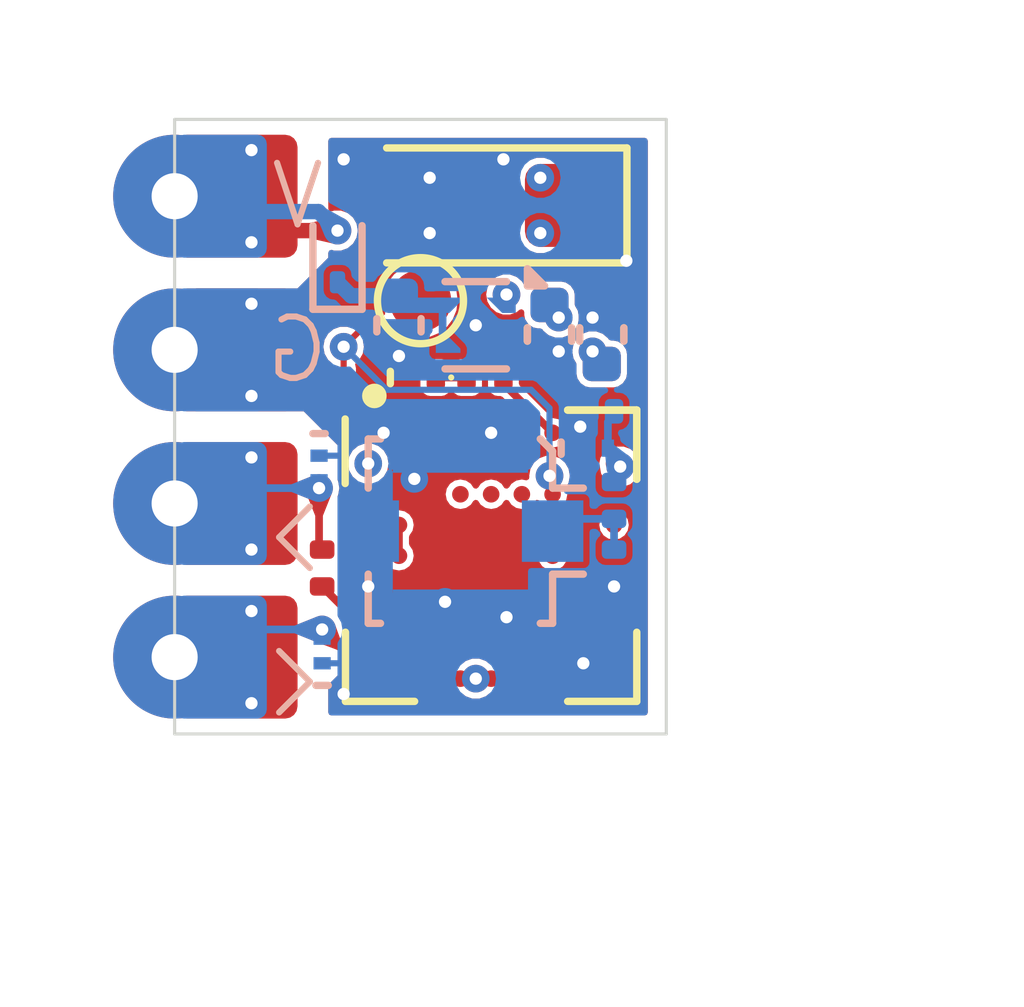
<source format=kicad_pcb>
(kicad_pcb (version 20240108) (generator "pcbnew") (generator_version "8.0")
  (layers (0 "F.Cu" signal) (1 "In1.Cu" power "In1.Cu_Gnd") (2 "In2.Cu" power "In2.Cu_3V3") (3 "In3.Cu" power "In3.Cu_3V3") (4 "In4.Cu" power "In4.Cu_Gnd") (31 "B.Cu" signal) (34 "B.Paste" user) (35 "F.Paste" user) (36 "B.SilkS" user "B.Silkscreen") (37 "F.SilkS" user "F.Silkscreen") (38 "B.Mask" user) (39 "F.Mask" user) (44 "Edge.Cuts" user))
  (net 0 "")
  (net 1 "GND")
  (net 2 "+5V")
  (net 3 "+3V3")
  (net 4 "Net-(D1-A)")
  (net 5 "Net-(J1-In)")
  (net 6 "Net-(D4-A2)")
  (net 7 "GNSS_Tx")
  (net 8 "GNSS_Rx")
  (net 9 "Net-(U1-Reserved-PadD2)")
  (net 27 "Net-(D2-K)")
  (net 28 "Net-(D2-A)")
  (net 30 "Net-(D3-A2)")
  (net 31 "Net-(D6-A2)")
  (footprint "PicoM10:LED_0201_0603Metric_mod" (layer "F.Cu") (at 105.05 104.2)
    (property "Reference" "D2" (hide yes))
    (property "Value" "LED")
    (fp_circle (center -0.55 0) (end -0.499999 0) (fill solid) (layer "F.SilkS"))
    (pad "1" smd roundrect (at -0.3 0) (size 0.3 0.4) (layers "F.Cu" "F.Paste" "F.Mask") (net 27 "Net-(D2-K)"))
    (pad "2" smd roundrect (at 0.3 0) (size 0.3 0.4) (layers "F.Cu" "F.Paste" "F.Mask") (net 28 "Net-(D2-A)"))
  )
  (footprint "PicoM10:R_0201_0603Metric_mod" (layer "F.Cu") (at 102.4 107.3 -90)
    (property "Reference" "R1" (hide yes))
    (property "Value" "1k")
    (pad "1" smd roundrect (at -0.3 0 270) (size 0.3 0.4) (layers "F.Cu" "F.Paste" "F.Mask") (net 6 "Net-(D4-A2)"))
    (pad "2" smd roundrect (at 0.3 0 270) (size 0.3 0.4) (layers "F.Cu" "F.Paste" "F.Mask") (net 7 "GNSS_Tx"))
  )
  (footprint "PicoM10:R_0201_0603Metric_mod" (layer "F.Cu") (at 103.95 104.2)
    (property "Reference" "R2" (hide yes))
    (property "Value" "1k")
    (pad "1" smd roundrect (at -0.3 0) (size 0.3 0.4) (layers "F.Cu" "F.Paste" "F.Mask") (net 1 "GND"))
    (pad "2" smd roundrect (at 0.3 0) (size 0.3 0.4) (layers "F.Cu" "F.Paste" "F.Mask") (net 27 "Net-(D2-K)"))
  )
  (footprint "PicoM10:solderpad_castellated_2x2mm" (layer "F.Cu") (at 100 108.75)
    (property "Reference" "TP4" (hide yes))
    (property "Value" "Rx_in")
    (pad "1" thru_hole circle (at 0 0) (size 2 2) (drill 0.75) (layers "*.Cu" "*.Mask") (net 8 "GNSS_Rx"))
    (pad "1" smd roundrect (at 0.75 0) (size 1.5 2) (layers "B.Cu" "B.Mask") (roundrect_rratio 0.1) (net 8 "GNSS_Rx"))
    (pad "1" smd roundrect (at 1 0) (size 2 2) (layers "F.Cu" "F.Mask") (roundrect_rratio 0.1) (net 8 "GNSS_Rx"))
  )
  (footprint "TestPoint:TestPoint_Pad_D1.0mm" (layer "F.Cu") (at 104 102.95)
    (property "Reference" "TP5" (hide yes))
    (property "Value" "Safeboot")
    (fp_circle (center 0 0) (end 0 0.7) (stroke (width 0.12)) (fill none) (layer "F.SilkS"))
    (pad "1" smd circle (at 0 0) (size 1 1) (layers "F.Cu" "F.Mask") (net 31 "Net-(D6-A2)"))
  )
  (footprint "Capacitor_Tantalum_SMD:CP_EIA-3216-10_Kemet-I" (layer "F.Cu") (at 105.05 101.4 180)
    (property "Reference" "C6" (hide yes))
    (property "Value" "100uF")
    (fp_line (start 1.6 -0.935) (end -2.31 -0.935) (stroke (width 0.12)) (layer "F.SilkS"))
    (fp_line (start -2.31 0.935) (end 1.6 0.935) (stroke (width 0.12)) (layer "F.SilkS"))
    (fp_line (start -2.31 -0.935) (end -2.31 0.935) (stroke (width 0.12)) (layer "F.SilkS"))
    (pad "1" smd roundrect (at -1.35 0 180) (size 1.4 1.35) (layers "F.Cu" "F.Paste" "F.Mask") (roundrect_rratio 0.185185) (net 3 "+3V3"))
    (pad "2" smd roundrect (at 1.35 0 180) (size 1.4 1.35) (layers "F.Cu" "F.Paste" "F.Mask") (roundrect_rratio 0.185185) (net 1 "GND"))
  )
  (footprint "PicoM10:solderpad_castellated_2x2mm" (layer "F.Cu") (at 100 103.75)
    (property "Reference" "TP2" (hide yes))
    (property "Value" "Gnd")
    (pad "1" thru_hole circle (at 0 0) (size 2 2) (drill 0.75) (layers "*.Cu" "*.Mask") (net 1 "GND"))
    (pad "1" smd roundrect (at 0.75 0) (size 1.5 2) (layers "B.Cu" "B.Mask") (roundrect_rratio 0.1) (net 1 "GND"))
    (pad "1" smd roundrect (at 1 0) (size 2 2) (layers "F.Cu" "F.Mask") (roundrect_rratio 0.1) (net 1 "GND"))
  )
  (footprint "Capacitor_SMD:C_0402_1005Metric" (layer "F.Cu") (at 106.1 103.5 -90)
    (property "Reference" "C5" (hide yes))
    (property "Value" "10uF")
    (fp_line (start -0.107836 0.36) (end 0.107836 0.36) (stroke (width 0.12)) (layer "F.SilkS"))
    (fp_line (start -0.107836 -0.36) (end 0.107836 -0.36) (stroke (width 0.12)) (layer "F.SilkS"))
    (pad "1" smd roundrect (at -0.48 0 270) (size 0.56 0.62) (layers "F.Cu" "F.Paste" "F.Mask") (net 3 "+3V3"))
    (pad "2" smd roundrect (at 0.48 0 270) (size 0.56 0.62) (layers "F.Cu" "F.Paste" "F.Mask") (net 1 "GND"))
  )
  (footprint "PicoM10:solderpad_castellated_2x2mm" (layer "F.Cu") (at 100 106.25)
    (property "Reference" "TP3" (hide yes))
    (property "Value" "Tx_out")
    (pad "1" thru_hole circle (at 0 0) (size 2 2) (drill 0.75) (layers "*.Cu" "*.Mask") (net 6 "Net-(D4-A2)"))
    (pad "1" smd roundrect (at 0.75 0) (size 1.5 2) (layers "B.Cu" "B.Mask") (roundrect_rratio 0.1) (net 6 "Net-(D4-A2)"))
    (pad "1" smd roundrect (at 1 0) (size 2 2) (layers "F.Cu" "F.Mask") (roundrect_rratio 0.1) (net 6 "Net-(D4-A2)"))
  )
  (footprint "PicoM10:solderpad_castellated_2x2mm" (layer "F.Cu") (at 100 101.25)
    (property "Reference" "TP1" (hide yes))
    (property "Value" "Vin")
    (pad "1" thru_hole circle (at 0 0) (size 2 2) (drill 0.75) (layers "*.Cu" "*.Mask") (net 4 "Net-(D1-A)"))
    (pad "1" smd roundrect (at 0.75 0) (size 1.5 2) (layers "B.Cu" "B.Mask") (roundrect_rratio 0.1) (net 4 "Net-(D1-A)"))
    (pad "1" smd roundrect (at 1 0) (size 2 2) (layers "F.Cu" "F.Mask") (roundrect_rratio 0.1) (net 4 "Net-(D1-A)"))
  )
  (footprint "Diode_SMD:Nexperia_DSN0603-2_0.6x0.3mm_P0.4mm" (layer "F.Cu") (at 102.95 104.2 180)
    (property "Reference" "D6" (hide yes))
    (property "Value" "PESD3V3Z1BSF")
    (fp_line (start -0.56 0.1) (end -0.56 -0.1) (stroke (width 0.12)) (layer "F.SilkS"))
    (pad "1" smd rect (at -0.199999 0 270) (size 0.28 0.2) (layers "F.Cu" "F.Mask") (net 1 "GND") (clearance 0.05))
    (pad "2" smd rect (at 0.199999 0 270) (size 0.28 0.2) (layers "F.Cu" "F.Mask") (net 31 "Net-(D6-A2)") (clearance 0.05))
  )
  (footprint "Capacitor_SMD:C_0402_1005Metric" (layer "F.Cu") (at 106.95 103.5 90)
    (property "Reference" "C2" (hide yes))
    (property "Value" "10uF")
    (fp_line (start -0.107836 -0.36) (end 0.107836 -0.36) (stroke (width 0.12)) (layer "F.SilkS"))
    (fp_line (start -0.107836 0.36) (end 0.107836 0.36) (stroke (width 0.12)) (layer "F.SilkS"))
    (pad "1" smd roundrect (at -0.48 0 90) (size 0.56 0.62) (layers "F.Cu" "F.Paste" "F.Mask") (net 3 "+3V3"))
    (pad "2" smd roundrect (at 0.48 0 90) (size 0.56 0.62) (layers "F.Cu" "F.Paste" "F.Mask") (net 1 "GND"))
  )
  (footprint "PicoM10:SLGA-53_MIA-M10Q" (layer "F.Cu") (at 105.15 107.1)
    (property "Reference" "U1" (hide yes))
    (property "Value" "MIA-M10Q")
    (fp_line (start -2.375 -2.225) (end -2.375 -1.175) (stroke (width 0.12)) (layer "F.SilkS"))
    (fp_line (start -2.37 2.37) (end -2.37 1.245) (stroke (width 0.12)) (layer "F.SilkS"))
    (fp_line (start -1.245 2.37) (end -2.37 2.37) (stroke (width 0.12)) (layer "F.SilkS"))
    (fp_line (start 1.245 -2.37) (end 2.37 -2.37) (stroke (width 0.12)) (layer "F.SilkS"))
    (fp_line (start 1.245 -2.37) (end 2.37 -2.37) (stroke (width 0.12)) (layer "F.SilkS"))
    (fp_line (start 1.245 -2.37) (end 2.37 -2.37) (stroke (width 0.12)) (layer "F.SilkS"))
    (fp_line (start 1.245 2.37) (end 2.37 2.37) (stroke (width 0.12)) (layer "F.SilkS"))
    (fp_line (start 2.37 -2.37) (end 2.37 -1.245) (stroke (width 0.12)) (layer "F.SilkS"))
    (fp_line (start 2.37 -2.37) (end 2.37 -1.245) (stroke (width 0.12)) (layer "F.SilkS"))
    (fp_line (start 2.37 -2.37) (end 2.37 -1.245) (stroke (width 0.12)) (layer "F.SilkS"))
    (fp_line (start 2.37 2.37) (end 2.37 1.245) (stroke (width 0.12)) (layer "F.SilkS"))
    (fp_circle (center -1.9 -2.600001) (end -1.9 -2.5) (stroke (width 0.2)) (fill none) (layer "F.SilkS"))
    (pad "A1" smd circle (at -2 -2) (size 0.27 0.27) (layers "F.Cu" "F.Paste" "F.Mask") (net 1 "GND"))
    (pad "A2" smd circle (at -1.5 -2) (size 0.27 0.27) (layers "F.Cu" "F.Paste" "F.Mask") (net 1 "GND"))
    (pad "A3" smd circle (at -1 -2) (size 0.27 0.27) (layers "F.Cu" "F.Paste" "F.Mask") (net 1 "GND"))
    (pad "A4" smd circle (at -0.5 -2) (size 0.27 0.27) (layers "F.Cu" "F.Paste" "F.Mask"))
    (pad "A5" smd circle (at 0 -2.000001) (size 0.27 0.27) (layers "F.Cu" "F.Paste" "F.Mask") (net 1 "GND"))
    (pad "A6" smd circle (at 0.5 -2) (size 0.27 0.27) (layers "F.Cu" "F.Paste" "F.Mask"))
    (pad "A7" smd circle (at 1 -2) (size 0.27 0.27) (layers "F.Cu" "F.Paste" "F.Mask") (net 28 "Net-(D2-A)"))
    (pad "A8" smd circle (at 1.5 -2) (size 0.27 0.27) (layers "F.Cu" "F.Paste" "F.Mask") (net 1 "GND"))
    (pad "A9" smd circle (at 2 -2) (size 0.27 0.27) (layers "F.Cu" "F.Paste" "F.Mask") (net 1 "GND"))
    (pad "B1" smd circle (at -2 -1.5) (size 0.27 0.27) (layers "F.Cu" "F.Paste" "F.Mask") (net 3 "+3V3"))
    (pad "B2" smd circle (at -1.5 -1.5) (size 0.27 0.27) (layers "F.Cu" "F.Paste" "F.Mask") (net 1 "GND"))
    (pad "B8" smd circle (at 1.5 -1.5) (size 0.27 0.27) (layers "F.Cu" "F.Paste" "F.Mask") (net 1 "GND"))
    (pad "B9" smd circle (at 2 -1.5) (size 0.27 0.27) (layers "F.Cu" "F.Paste" "F.Mask") (net 30 "Net-(D3-A2)"))
    (pad "C1" smd circle (at -2 -1) (size 0.27 0.27) (layers "F.Cu" "F.Paste" "F.Mask"))
    (pad "C3" smd circle (at -1 -1) (size 0.27 0.27) (layers "F.Cu" "F.Paste" "F.Mask") (net 1 "GND"))
    (pad "C4" smd circle (at -0.5 -1) (size 0.27 0.27) (layers "F.Cu" "F.Paste" "F.Mask"))
    (pad "C5" smd circle (at 0 -1) (size 0.27 0.27) (layers "F.Cu" "F.Paste" "F.Mask"))
    (pad "C6" smd circle (at 0.5 -1) (size 0.27 0.27) (layers "F.Cu" "F.Paste" "F.Mask"))
    (pad "C7" smd circle (at 1 -1) (size 0.27 0.27) (layers "F.Cu" "F.Paste" "F.Mask") (net 31 "Net-(D6-A2)"))
    (pad "C9" smd circle (at 2 -1) (size 0.27 0.27) (layers "F.Cu" "F.Paste" "F.Mask") (net 1 "GND"))
    (pad "D1" smd circle (at -2 -0.5) (size 0.27 0.27) (layers "F.Cu" "F.Paste" "F.Mask"))
    (pad "D2" smd circle (at -1.5 -0.5) (size 0.27 0.27) (layers "F.Cu" "F.Paste" "F.Mask") (net 9 "Net-(U1-Reserved-PadD2)"))
    (pad "D9" smd circle (at 2 -0.5) (size 0.27 0.27) (layers "F.Cu" "F.Paste" "F.Mask"))
    (pad "E1" smd circle (at -2.000001 0) (size 0.27 0.27) (layers "F.Cu" "F.Paste" "F.Mask"))
    (pad "E2" smd circle (at -1.5 0) (size 0.27 0.27) (layers "F.Cu" "F.Paste" "F.Mask") (net 9 "Net-(U1-Reserved-PadD2)"))
    (pad "E3" smd circle (at -1 0) (size 0.27 0.27) (layers "F.Cu" "F.Paste" "F.Mask") (net 1 "GND"))
    (pad "E4" smd circle (at -0.499999 0) (size 0.27 0.27) (layers "F.Cu" "F.Paste" "F.Mask") (net 1 "GND"))
    (pad "E7" smd circle (at 1 0) (size 0.27 0.27) (layers "F.Cu" "F.Paste" "F.Mask"))
    (pad "E9" smd circle (at 2.000001 0) (size 0.27 0.27) (layers "F.Cu" "F.Paste" "F.Mask") (net 1 "GND"))
    (pad "F1" smd circle (at -2 0.5) (size 0.27 0.27) (layers "F.Cu" "F.Paste" "F.Mask") (net 1 "GND"))
    (pad "F3" smd circle (at -1 0.5) (size 0.27 0.27) (layers "F.Cu" "F.Paste" "F.Mask") (net 1 "GND"))
    (pad "F4" smd circle (at -0.5 0.5) (size 0.27 0.27) (layers "F.Cu" "F.Paste" "F.Mask") (net 1 "GND"))
    (pad "F7" smd circle (at 1 0.5) (size 0.27 0.27) (layers "F.Cu" "F.Paste" "F.Mask"))
    (pad "F9" smd circle (at 2 0.5) (size 0.27 0.27) (layers "F.Cu" "F.Paste" "F.Mask") (net 1 "GND"))
    (pad "G1" smd circle (at -2 1) (size 0.27 0.27) (layers "F.Cu" "F.Paste" "F.Mask") (net 7 "GNSS_Tx"))
    (pad "G3" smd circle (at -1 1) (size 0.27 0.27) (layers "F.Cu" "F.Paste" "F.Mask") (net 1 "GND"))
    (pad "G4" smd circle (at -0.5 1) (size 0.27 0.27) (layers "F.Cu" "F.Paste" "F.Mask") (net 1 "GND"))
    (pad "G5" smd circle (at 0 1) (size 0.27 0.27) (layers "F.Cu" "F.Paste" "F.Mask") (net 1 "GND"))
    (pad "G6" smd circle (at 0.5 1) (size 0.27 0.27) (layers "F.Cu" "F.Paste" "F.Mask") (net 1 "GND"))
    (pad "G7" smd circle (at 1 1) (size 0.27 0.27) (layers "F.Cu" "F.Paste" "F.Mask") (net 1 "GND"))
    (pad "G9" smd circle (at 2 1) (size 0.27 0.27) (layers "F.Cu" "F.Paste" "F.Mask"))
    (pad "H1" smd circle (at -2 1.5) (size 0.27 0.27) (layers "F.Cu" "F.Paste" "F.Mask") (net 8 "GNSS_Rx"))
    (pad "H8" smd circle (at 1.5 1.5) (size 0.27 0.27) (layers "F.Cu" "F.Paste" "F.Mask") (net 1 "GND"))
    (pad "H9" smd circle (at 2 1.5) (size 0.27 0.27) (layers "F.Cu" "F.Paste" "F.Mask"))
    (pad "J1" smd circle (at -2 2) (size 0.27 0.27) (layers "F.Cu" "F.Paste" "F.Mask"))
    (pad "J2" smd circle (at -1.5 2) (size 0.27 0.27) (layers "F.Cu" "F.Paste" "F.Mask"))
    (pad "J3" smd circle (at -1 2) (size 0.27 0.27) (layers "F.Cu" "F.Paste" "F.Mask"))
    (pad "J4" smd circle (at -0.5 2) (size 0.27 0.27) (layers "F.Cu" "F.Paste" "F.Mask") (net 3 "+3V3"))
    (pad "J5" smd circle (at 0 2.000001) (size 0.27 0.27) (layers "F.Cu" "F.Paste" "F.Mask") (net 3 "+3V3"))
    (pad "J6" smd circle (at 0.5 2) (size 0.27 0.27) (layers "F.Cu" "F.Paste" "F.Mask"))
    (pad "J7" smd circle (at 1 2) (size 0.27 0.27) (layers "F.Cu" "F.Paste" "F.Mask"))
    (pad "J8" smd circle (at 1.5 2) (size 0.27 0.27) (layers "F.Cu" "F.Paste" "F.Mask") (net 1 "GND"))
    (pad "J9" smd circle (at 2 2) (size 0.27 0.27) (layers "F.Cu" "F.Paste" "F.Mask") (net 1 "GND"))
  )
  (footprint "PicoM10:C_0201_0603Metric_mod" (layer "B.Cu") (at 106.85 104.75 180)
    (property "Reference" "L1" (hide yes))
    (property "Value" "TBD")
    (pad "1" smd roundrect (at -0.3 0 180) (size 0.3 0.4) (layers "B.Cu" "B.Paste" "B.Mask") (net 30 "Net-(D3-A2)"))
    (pad "2" smd roundrect (at 0.3 0 180) (size 0.3 0.4) (layers "B.Cu" "B.Paste" "B.Mask") (net 1 "GND"))
  )
  (footprint "Diode_SMD:Nexperia_DSN0603-2_0.6x0.3mm_P0.4mm" (layer "B.Cu") (at 102.35 105.6725 -90)
    (property "Reference" "D4" (hide yes))
    (property "Value" "PESD3V3Z1BSF")
    (fp_line (start -0.56 0.1) (end -0.56 -0.1) (stroke (width 0.12)) (layer "B.SilkS"))
    (pad "1" smd rect (at -0.199999 0 180) (size 0.28 0.2) (layers "B.Cu" "B.Mask") (net 1 "GND") (clearance 0.05))
    (pad "2" smd rect (at 0.199999 0 180) (size 0.28 0.2) (layers "B.Cu" "B.Mask") (net 6 "Net-(D4-A2)") (clearance 0.05))
  )
  (footprint "Capacitor_SMD:C_0402_1005Metric" (layer "B.Cu") (at 103.65 103.35 -90)
    (property "Reference" "C1" (hide yes))
    (property "Value" "10uF")
    (fp_line (start 0.107836 0.36) (end -0.107836 0.36) (stroke (width 0.12)) (layer "B.SilkS"))
    (fp_line (start 0.107836 -0.36) (end -0.107836 -0.36) (stroke (width 0.12)) (layer "B.SilkS"))
    (pad "1" smd roundrect (at -0.48 0 270) (size 0.56 0.62) (layers "B.Cu" "B.Paste" "B.Mask") (net 2 "+5V"))
    (pad "2" smd roundrect (at 0.48 0 270) (size 0.56 0.62) (layers "B.Cu" "B.Paste" "B.Mask") (net 1 "GND"))
  )
  (footprint "PicoM10:C_0201_0603Metric_mod" (layer "B.Cu") (at 107.15 107.3 -90)
    (property "Reference" "L2" (hide yes))
    (property "Value" "TBD")
    (pad "1" smd roundrect (at -0.3 0 270) (size 0.3 0.4) (layers "B.Cu" "B.Paste" "B.Mask") (net 5 "Net-(J1-In)"))
    (pad "2" smd roundrect (at 0.3 0 270) (size 0.3 0.4) (layers "B.Cu" "B.Paste" "B.Mask") (net 1 "GND"))
  )
  (footprint "Package_DFN_QFN:UDFN-4-1EP_1x1mm_P0.65mm_EP0.48x0.48mm" (layer "B.Cu") (at 104.9 103.35 180)
    (property "Reference" "U2" (hide yes))
    (property "Value" "NCP160AMX330TBG")
    (fp_line (start -0.5 0.71) (end 0.5 0.71) (stroke (width 0.12)) (layer "B.SilkS"))
    (fp_line (start -0.5 -0.71) (end 0.5 -0.71) (stroke (width 0.12)) (layer "B.SilkS"))
    (fp_poly (pts (xy -0.84 0.64) (xy -1.12 0.64) (xy -0.84 0.92) (xy -0.84 0.64)) (stroke (width 0.12)) (fill solid) (layer "B.SilkS"))
    (pad "1" smd custom (at -0.54 0.325 180) (size 0.22 0.25) (layers "B.Cu" "B.Paste" "B.Mask") (net 3 "+3V3") (options (clearance outline) (anchor rect)) (primitives (gr_poly (pts (xy 0.11 -0.125) (xy 0.11 0.125) (xy 0.36 0.125)) (width 0) (fill yes))))
    (pad "2" smd custom (at -0.54 -0.325 180) (size 0.22 0.25) (layers "B.Cu" "B.Paste" "B.Mask") (net 1 "GND") (options (clearance outline) (anchor rect)) (primitives (gr_poly (pts (xy 0.29 -0.055) (xy 0.29 -0.125) (xy 0.11 -0.125) (xy 0.11 0.125)) (width 0) (fill yes))))
    (pad "3" smd custom (at 0.54 -0.325 180) (size 0.22 0.25) (layers "B.Cu" "B.Paste" "B.Mask") (net 2 "+5V") (options (clearance outline) (anchor rect)) (primitives (gr_poly (pts (xy -0.11 -0.125) (xy -0.29 -0.125) (xy -0.29 -0.055) (xy -0.11 0.125)) (width 0) (fill yes))))
    (pad "4" smd custom (at 0.54 0.325 180) (size 0.22 0.25) (layers "B.Cu" "B.Paste" "B.Mask") (net 2 "+5V") (options (clearance outline) (anchor rect)) (primitives (gr_poly (pts (xy -0.11 -0.125) (xy -0.29 0.055) (xy -0.29 0.125) (xy -0.11 0.125)) (width 0) (fill yes))))
    (pad "5" smd rect (at 0 0 135) (size 0.48 0.48) (layers "B.Cu" "B.Paste" "B.Mask") (net 1 "GND"))
  )
  (footprint "Capacitor_SMD:C_0402_1005Metric" (layer "B.Cu") (at 106.95 103.5 90)
    (property "Reference" "C4" (hide yes))
    (property "Value" "10uF")
    (fp_line (start 0.107836 -0.36) (end -0.107836 -0.36) (stroke (width 0.12)) (layer "B.SilkS"))
    (fp_line (start 0.107836 0.36) (end -0.107836 0.36) (stroke (width 0.12)) (layer "B.SilkS"))
    (pad "1" smd roundrect (at -0.48 0 90) (size 0.56 0.62) (layers "B.Cu" "B.Paste" "B.Mask") (net 3 "+3V3"))
    (pad "2" smd roundrect (at 0.48 0 90) (size 0.56 0.62) (layers "B.Cu" "B.Paste" "B.Mask") (net 1 "GND"))
  )
  (footprint "Connector_Coaxial:U.FL_Molex_MCRF_73412-0110_Vertical" (layer "B.Cu") (at 104.65 106.7 -90)
    (property "Reference" "J1" (hide yes))
    (property "Value" "Conn_Coaxial")
    (fp_line (start -1.5 1.5) (end -1.5 1.3) (stroke (width 0.12)) (layer "B.SilkS"))
    (fp_line (start -0.7 1.5) (end -1.5 1.5) (stroke (width 0.12)) (layer "B.SilkS"))
    (fp_line (start 1.5 1.5) (end 0.7 1.5) (stroke (width 0.12)) (layer "B.SilkS"))
    (fp_line (start 1.5 1.3) (end 1.5 1.5) (stroke (width 0.12)) (layer "B.SilkS"))
    (fp_line (start -1.5 -1.3) (end -1.3 -1.5) (stroke (width 0.12)) (layer "B.SilkS"))
    (fp_line (start -1.3 -1.5) (end -0.7 -1.5) (stroke (width 0.12)) (layer "B.SilkS"))
    (fp_line (start 0.7 -1.5) (end 1.5 -1.5) (stroke (width 0.12)) (layer "B.SilkS"))
    (fp_line (start 1.5 -1.5) (end 1.5 -1.3) (stroke (width 0.12)) (layer "B.SilkS"))
    (fp_line (start -0.7 -2) (end -0.7 -1.5) (stroke (width 0.12)) (layer "B.SilkS"))
    (fp_line (start 0.7 -2) (end 0.7 -1.5) (stroke (width 0.12)) (layer "B.SilkS"))
    (pad "1" smd rect (at 0 -1.5 270) (size 1 1) (layers "B.Cu" "B.Paste" "B.Mask") (net 5 "Net-(J1-In)"))
    (pad "2" smd rect (at -1.475001 0 270) (size 1.05 2.2) (layers "B.Cu" "B.Paste" "B.Mask") (net 1 "GND"))
    (pad "2" smd rect (at 0 1.5 270) (size 1 1) (layers "B.Cu" "B.Paste" "B.Mask") (net 1 "GND"))
    (pad "2" smd rect (at 1.475001 0 270) (size 1.05 2.2) (layers "B.Cu" "B.Paste" "B.Mask") (net 1 "GND"))
  )
  (footprint "Capacitor_SMD:C_0402_1005Metric" (layer "B.Cu") (at 106.1 103.5 -90)
    (property "Reference" "C3" (hide yes))
    (property "Value" "10uF")
    (fp_line (start 0.107836 0.36) (end -0.107836 0.36) (stroke (width 0.12)) (layer "B.SilkS"))
    (fp_line (start 0.107836 -0.36) (end -0.107836 -0.36) (stroke (width 0.12)) (layer "B.SilkS"))
    (pad "1" smd roundrect (at -0.48 0 270) (size 0.56 0.62) (layers "B.Cu" "B.Paste" "B.Mask") (net 3 "+3V3"))
    (pad "2" smd roundrect (at 0.48 0 270) (size 0.56 0.62) (layers "B.Cu" "B.Paste" "B.Mask") (net 1 "GND"))
  )
  (footprint "Diode_SMD:Nexperia_DSN0603-2_0.6x0.3mm_P0.4mm" (layer "B.Cu") (at 102.4 108.65 90)
    (property "Reference" "D5" (hide yes))
    (property "Value" "PESD3V3Z1BSF")
    (fp_line (start -0.56 0.1) (end -0.56 -0.1) (stroke (width 0.12)) (layer "B.SilkS"))
    (pad "1" smd rect (at -0.199999 0) (size 0.28 0.2) (layers "B.Cu" "B.Mask") (net 1 "GND") (clearance 0.05))
    (pad "2" smd rect (at 0.199999 0) (size 0.28 0.2) (layers "B.Cu" "B.Mask") (net 8 "GNSS_Rx") (clearance 0.05))
  )
  (footprint "PicoM10:C_0201_0603Metric_mod" (layer "B.Cu") (at 107.15 106.2 90)
    (property "Reference" "C7" (hide yes))
    (property "Value" "TBD")
    (pad "1" smd roundrect (at -0.3 0 90) (size 0.3 0.4) (layers "B.Cu" "B.Paste" "B.Mask") (net 5 "Net-(J1-In)"))
    (pad "2" smd roundrect (at 0.3 0 90) (size 0.3 0.4) (layers "B.Cu" "B.Paste" "B.Mask") (net 30 "Net-(D3-A2)"))
  )
  (footprint "Diode_SMD:Nexperia_DSN0603-2_0.6x0.3mm_P0.4mm" (layer "B.Cu") (at 106.85 105.35)
    (property "Reference" "D3" (hide yes))
    (property "Value" "PESD3V3Z1BSF")
    (fp_line (start -0.56 0.1) (end -0.56 -0.1) (stroke (width 0.12)) (layer "B.SilkS"))
    (pad "1" smd rect (at -0.199999 0 270) (size 0.28 0.2) (layers "B.Cu" "B.Mask") (net 1 "GND") (clearance 0.05))
    (pad "2" smd rect (at 0.199999 0 270) (size 0.28 0.2) (layers "B.Cu" "B.Mask") (net 30 "Net-(D3-A2)") (clearance 0.05))
  )
  (footprint "Diode_SMD:D_SOD-923" (layer "B.Cu") (at 102.65 102.23 90)
    (property "Reference" "D1" (hide yes))
    (property "Value" "D_Schottky")
    (fp_line (start -0.86 -0.4) (end 0.5 -0.4) (stroke (width 0.12)) (layer "B.SilkS"))
    (fp_line (start -0.86 -0.4) (end -0.86 0.4) (stroke (width 0.12)) (layer "B.SilkS"))
    (fp_line (start -0.86 0.4) (end 0.5 0.4) (stroke (width 0.12)) (layer "B.SilkS"))
    (pad "1" smd roundrect (at -0.42 0 270) (size 0.36 0.25) (layers "B.Cu" "B.Paste" "B.Mask") (net 2 "+5V"))
    (pad "2" smd roundrect (at 0.42 0 270) (size 0.36 0.25) (layers "B.Cu" "B.Paste" "B.Mask") (net 4 "Net-(D1-A)"))
  )
  (gr_line (start 102.2 109.15) (end 101.7 109.65) (stroke (width 0.1)) (layer "B.SilkS"))
  (gr_line (start 101.7 108.65) (end 102.2 109.15) (stroke (width 0.1)) (layer "B.SilkS"))
  (gr_line (start 101.7 106.8) (end 102.2 107.3) (stroke (width 0.1)) (layer "B.SilkS"))
  (gr_line (start 101.7 106.8) (end 102.2 106.3) (stroke (width 0.1)) (layer "B.SilkS"))
  (gr_line (start 108 110) (end 100 110) (stroke (width 0.05)) (layer "Edge.Cuts"))
  (gr_line (start 100 110) (end 100 100) (stroke (width 0.05)) (layer "Edge.Cuts"))
  (gr_line (start 108 100) (end 108 110) (stroke (width 0.05)) (layer "Edge.Cuts"))
  (gr_line (start 100 100) (end 108 100) (stroke (width 0.05)) (layer "Edge.Cuts"))
  (gr_text "V" (at 102 101.25 0) (layer "B.SilkS") (effects (font (size 1 1) (thickness 0.1)) (justify mirror)))
  (gr_text "G" (at 102 103.75 0) (layer "B.SilkS") (effects (font (size 1 1) (thickness 0.1)) (justify mirror)))
  (segment (start 103.65 104.2) (end 103.65 103.85) (width 0.125) (layer "F.Cu") (net 1))
  (segment (start 107.150001 107.070712) (end 107.150001 107.070711) (width 0.1) (layer "F.Cu") (net 1))
  (segment (start 107.15 107.57071) (end 107.150001 107.070712) (width 0.1) (layer "F.Cu") (net 1))
  (via (at 105.35 100.65) (size 0.45) (drill 0.2) (layers "F.Cu" "B.Cu") (net 1))
  (via (at 105.4 108.1) (size 0.45) (drill 0.2) (layers "F.Cu" "B.Cu") (net 1))
  (via (at 106.8 103.225) (size 0.45) (drill 0.2) (layers "F.Cu" "B.Cu") (net 1))
  (via (at 103.4 105.1) (size 0.45) (drill 0.2) (layers "F.Cu" "B.Cu") (net 1))
  (via (at 106.65 108.85) (size 0.45) (drill 0.2) (layers "F.Cu" "B.Cu") (net 1))
  (via (at 107.150001 107.6) (size 0.45) (drill 0.2) (layers "F.Cu" "B.Cu") (net 1))
  (via (at 103.15 107.6) (size 0.45) (drill 0.2) (layers "F.Cu" "B.Cu") (net 1))
  (via (at 106.25 103.775) (size 0.45) (drill 0.2) (layers "F.Cu" "B.Cu") (net 1))
  (via (at 106.6 105) (size 0.45) (drill 0.2) (layers "F.Cu" "B.Cu") (net 1))
  (via (at 104.9 103.35) (size 0.45) (drill 0.2) (layers "F.Cu" "B.Cu") (net 1))
  (via (at 105.15 105.1) (size 0.45) (drill 0.2) (layers "F.Cu" "B.Cu") (net 1))
  (via (at 102.75 109.35) (size 0.45) (drill 0.2) (layers "F.Cu" "B.Cu") (net 1))
  (via (at 104.15 100.95) (size 0.45) (drill 0.2) (layers "F.Cu" "B.Cu") (net 1))
  (via (at 101.25 104.5) (size 0.45) (drill 0.2) (layers "F.Cu" "B.Cu") (net 1))
  (via (at 102.75 100.65) (size 0.45) (drill 0.2) (layers "F.Cu" "B.Cu") (net 1))
  (via (at 101.25 103) (size 0.45) (drill 0.2) (layers "F.Cu" "B.Cu") (net 1))
  (via (at 104.4 107.85) (size 0.45) (drill 0.2) (layers "F.Cu" "B.Cu") (net 1))
  (via (at 104.15 101.85) (size 0.45) (drill 0.2) (layers "F.Cu" "B.Cu") (net 1))
  (via (at 103.65 103.85) (size 0.45) (drill 0.2) (layers "F.Cu" "B.Cu") (net 1))
  (via (at 103.9 105.85) (size 0.45) (drill 0.2) (layers "F.Cu" "B.Cu") (net 1))
  (via (at 107.35 102.3) (size 0.45) (drill 0.2) (layers "F.Cu" "B.Cu") (net 1))
  (segment (start 102.749999 108.849999) (end 102.75 108.85) (width 0.1) (layer "B.Cu") (net 1))
  (segment (start 102.35 105.472501) (end 102.777499 105.472501) (width 0.1) (layer "B.Cu") (net 1))
  (segment (start 102.4 108.849999) (end 102.749999 108.849999) (width 0.1) (layer "B.Cu") (net 1))
  (segment (start 104.36 103.675) (end 104.36 103.025) (width 0.125) (layer "B.Cu") (net 2))
  (segment (start 103.805 103.025) (end 103.65 102.87) (width 0.25) (layer "B.Cu") (net 2))
  (segment (start 104.36 103.025) (end 103.805 103.025) (width 0.25) (layer "B.Cu") (net 2))
  (segment (start 102.65 102.65) (end 102.87 102.87) (width 0.25) (layer "B.Cu") (net 2))
  (segment (start 102.87 102.87) (end 103.65 102.87) (width 0.25) (layer "B.Cu") (net 2))
  (segment (start 104.9 109.1) (end 104.65 109.1) (width 0.1) (layer "F.Cu") (net 3))
  (segment (start 105.149999 109.1) (end 105.15 109.100001) (width 0.1) (layer "F.Cu") (net 3))
  (segment (start 104.9 109.1) (end 105.149999 109.1) (width 0.1) (layer "F.Cu") (net 3))
  (via (at 104.9 109.1) (size 0.45) (drill 0.2) (layers "F.Cu" "B.Cu") (net 3))
  (via (at 106.8 103.775) (size 0.45) (drill 0.2) (layers "F.Cu" "B.Cu") (net 3))
  (via (at 105.4 102.85) (size 0.45) (drill 0.2) (layers "F.Cu" "B.Cu") (net 3))
  (via (at 106.25 103.225) (size 0.45) (drill 0.2) (layers "F.Cu" "B.Cu") (net 3))
  (via (at 105.95 101.85) (size 0.45) (drill 0.2) (layers "F.Cu" "B.Cu") (net 3))
  (via (at 105.95 100.95) (size 0.45) (drill 0.2) (layers "F.Cu" "B.Cu") (net 3))
  (via (at 103.15 105.6) (size 0.45) (drill 0.2) (layers "F.Cu" "B.Cu") (net 3))
  (segment (start 102.65 101.81) (end 101.44 101.81) (width 0.25) (layer "F.Cu") (net 4))
  (segment (start 101.07 101.18) (end 101 101.25) (width 0.25) (layer "F.Cu") (net 4))
  (segment (start 101.44 101.81) (end 101.25 102) (width 0.25) (layer "F.Cu") (net 4))
  (via (at 101.25 100.5) (size 0.45) (drill 0.2) (layers "F.Cu" "B.Cu") (net 4))
  (via (at 102.65 101.81) (size 0.45) (drill 0.2) (layers "F.Cu" "B.Cu") (net 4))
  (via (at 101.25 102) (size 0.45) (drill 0.2) (layers "F.Cu" "B.Cu") (net 4))
  (segment (start 102.65 101.81) (end 102.34 101.5) (width 0.25) (layer "B.Cu") (net 4))
  (segment (start 100.82 101.18) (end 100.75 101.25) (width 0.25) (layer "B.Cu") (net 4))
  (segment (start 101 101.5) (end 100.75 101.25) (width 0.25) (layer "B.Cu") (net 4))
  (segment (start 102.34 101.5) (end 101 101.5) (width 0.25) (layer "B.Cu") (net 4))
  (segment (start 107.15 106.5) (end 106.35 106.5) (width 0.125) (layer "B.Cu") (net 5))
  (segment (start 107.15 106.5) (end 107.15 107) (width 0.125) (layer "B.Cu") (net 5))
  (segment (start 106.35 106.5) (end 106.15 106.7) (width 0.125) (layer "B.Cu") (net 5))
  (segment (start 101.25 106) (end 101 106.25) (width 0.125) (layer "F.Cu") (net 6))
  (segment (start 102.4 107) (end 102.35 106.95) (width 0.125) (layer "F.Cu") (net 6))
  (segment (start 102.35 106) (end 101.25 106) (width 0.125) (layer "F.Cu") (net 6))
  (segment (start 102.35 106.95) (end 102.35 106) (width 0.125) (layer "F.Cu") (net 6))
  (via (at 102.35 106) (size 0.45) (drill 0.2) (layers "F.Cu" "B.Cu") (net 6))
  (via (at 101.25 107) (size 0.45) (drill 0.2) (layers "F.Cu" "B.Cu") (net 6))
  (via (at 101.25 105.5) (size 0.45) (drill 0.2) (layers "F.Cu" "B.Cu") (net 6))
  (segment (start 101 106) (end 100.75 106.25) (width 0.125) (layer "B.Cu") (net 6))
  (segment (start 102.35 106) (end 101 106) (width 0.125) (layer "B.Cu") (net 6))
  (segment (start 102.9 108.1) (end 102.4 107.6) (width 0.125) (layer "F.Cu") (net 7))
  (segment (start 103.15 108.1) (end 102.9 108.1) (width 0.125) (layer "F.Cu") (net 7))
  (segment (start 102.7 108.6) (end 102.4 108.3) (width 0.125) (layer "F.Cu") (net 8))
  (segment (start 102.4 108.3) (end 101.45 108.3) (width 0.125) (layer "F.Cu") (net 8))
  (segment (start 103.15 108.6) (end 102.7 108.6) (width 0.125) (layer "F.Cu") (net 8))
  (segment (start 101.45 108.3) (end 101 108.75) (width 0.125) (layer "F.Cu") (net 8))
  (segment (start 101.25 108) (end 101.85 108.6) (width 0.125) (layer "F.Cu") (net 8))
  (via (at 102.4 108.3) (size 0.45) (drill 0.2) (layers "F.Cu" "B.Cu") (net 8))
  (via (at 101.25 108) (size 0.45) (drill 0.2) (layers "F.Cu" "B.Cu") (net 8))
  (via (at 101.25 109.5) (size 0.45) (drill 0.2) (layers "F.Cu" "B.Cu") (net 8))
  (segment (start 102.4 108.3) (end 101.2 108.3) (width 0.125) (layer "B.Cu") (net 8))
  (segment (start 101.2 108.3) (end 100.75 108.75) (width 0.125) (layer "B.Cu") (net 8))
  (segment (start 103.65 107.1) (end 103.65 106.6) (width 0.125) (layer "F.Cu") (net 9))
  (segment (start 104.25 104.2) (end 104.75 104.2) (width 0.125) (layer "F.Cu") (net 27))
  (segment (start 106.15 105.1) (end 105.35 104.3) (width 0.125) (layer "F.Cu") (net 28))
  (segment (start 105.35 104.3) (end 105.35 104.2) (width 0.125) (layer "F.Cu") (net 28))
  (via (at 107.25 105.65) (size 0.45) (drill 0.2) (layers "F.Cu" "B.Cu") (net 30))
  (segment (start 107.049999 105.35) (end 107.049999 104.925001) (width 0.125) (layer "B.Cu") (net 30))
  (segment (start 107.15 104.825) (end 107.15 104.75) (width 0.125) (layer "B.Cu") (net 30))
  (segment (start 107.25 105.550001) (end 107.049999 105.35) (width 0.125) (layer "B.Cu") (net 30))
  (segment (start 107.15 105.75) (end 107.15 105.9) (width 0.125) (layer "B.Cu") (net 30))
  (segment (start 107.25 105.65) (end 107.25 105.550001) (width 0.125) (layer "B.Cu") (net 30))
  (segment (start 107.25 105.65) (end 107.15 105.75) (width 0.125) (layer "B.Cu") (net 30))
  (segment (start 107.049999 104.925001) (end 107.15 104.825) (width 0.125) (layer "B.Cu") (net 30))
  (segment (start 103.1 103.35) (end 103.6 103.35) (width 0.1) (layer "F.Cu") (net 31))
  (segment (start 103.6 103.35) (end 104 102.95) (width 0.1) (layer "F.Cu") (net 31))
  (segment (start 102.75 103.7) (end 103.1 103.35) (width 0.1) (layer "F.Cu") (net 31))
  (segment (start 102.750001 103.700001) (end 102.75 103.7) (width 0.1) (layer "F.Cu") (net 31))
  (segment (start 106.1 105.8) (end 106.15 105.85) (width 0.1) (layer "F.Cu") (net 31))
  (segment (start 102.750001 104.2) (end 102.750001 103.700001) (width 0.1) (layer "F.Cu") (net 31))
  (segment (start 106.15 105.85) (end 106.15 106.1) (width 0.1) (layer "F.Cu") (net 31))
  (via (at 102.75 103.7) (size 0.45) (drill 0.2) (layers "F.Cu" "B.Cu") (net 31))
  (via (at 106.1 105.8) (size 0.45) (drill 0.2) (layers "F.Cu" "B.Cu") (net 31))
  (segment (start 106.1 104.7) (end 105.8 104.4) (width 0.1) (layer "B.Cu") (net 31))
  (segment (start 106.1 105.8) (end 106.1 104.7) (width 0.1) (layer "B.Cu") (net 31))
  (segment (start 103.45 104.4) (end 102.75 103.7) (width 0.1) (layer "B.Cu") (net 31))
  (segment (start 105.8 104.4) (end 103.45 104.4) (width 0.1) (layer "B.Cu") (net 31))
  (zone (net 1) (net_name "GND") (layers "F&B.Cu") (priority 2) (connect_pads yes (clearance 0.1)) (min_thickness 0.1) (fill yes (thermal_gap 0.5) (thermal_bridge_width 0.5))
    (polygon (pts (xy 102.5 100.3) (xy 102.5 102.25) (xy 102 102.75) (xy 100 102.75) (xy 100 104.75) (xy 102.1 104.75) (xy 102.65 105.3) (xy 102.65 109.05) (xy 102.5 109.2) (xy 102.5 109.7) (xy 107.7 109.7) (xy 107.7 100.3)))
  )
  (zone (net 0) (net_name "") (layer "B.Cu") (connect_pads yes (clearance 0)) (min_thickness 0.1)
    (keepout (tracks allowed) (vias allowed) (pads allowed) (copperpour not_allowed) (footprints allowed))
    (fill (thermal_gap 0.5) (thermal_bridge_width 0.5))
    (polygon (pts (xy 103.55 105.7) (xy 105.75 105.7) (xy 105.75 107.7) (xy 103.55 107.7)))
  )
)
</source>
